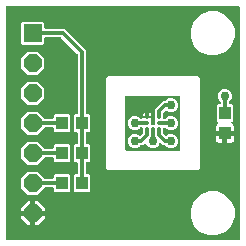
<source format=gbr>
G04 EAGLE Gerber RS-274X export*
G75*
%MOMM*%
%FSLAX34Y34*%
%LPD*%
%INTop Copper*%
%IPPOS*%
%AMOC8*
5,1,8,0,0,1.08239X$1,22.5*%
G01*
%ADD10R,0.381000X0.381000*%
%ADD11C,0.300000*%
%ADD12R,1.000000X1.100000*%
%ADD13R,1.524000X1.524000*%
%ADD14P,1.649562X8X22.500000*%
%ADD15C,0.304800*%
%ADD16C,0.762000*%

G36*
X199702Y2549D02*
X199702Y2549D01*
X199760Y2547D01*
X199842Y2569D01*
X199926Y2581D01*
X199979Y2604D01*
X200035Y2619D01*
X200108Y2662D01*
X200185Y2697D01*
X200230Y2735D01*
X200280Y2764D01*
X200338Y2826D01*
X200402Y2880D01*
X200434Y2929D01*
X200474Y2972D01*
X200513Y3047D01*
X200560Y3117D01*
X200577Y3173D01*
X200604Y3225D01*
X200615Y3293D01*
X200645Y3388D01*
X200648Y3488D01*
X200659Y3556D01*
X200659Y199644D01*
X200651Y199702D01*
X200653Y199760D01*
X200631Y199842D01*
X200619Y199926D01*
X200596Y199979D01*
X200581Y200035D01*
X200538Y200108D01*
X200503Y200185D01*
X200465Y200230D01*
X200436Y200280D01*
X200374Y200338D01*
X200320Y200402D01*
X200271Y200434D01*
X200228Y200474D01*
X200153Y200513D01*
X200083Y200560D01*
X200027Y200577D01*
X199975Y200604D01*
X199907Y200615D01*
X199812Y200645D01*
X199712Y200648D01*
X199644Y200659D01*
X3556Y200659D01*
X3498Y200651D01*
X3440Y200653D01*
X3358Y200631D01*
X3274Y200619D01*
X3221Y200596D01*
X3165Y200581D01*
X3092Y200538D01*
X3015Y200503D01*
X2970Y200465D01*
X2920Y200436D01*
X2862Y200374D01*
X2798Y200320D01*
X2766Y200271D01*
X2726Y200228D01*
X2687Y200153D01*
X2640Y200083D01*
X2623Y200027D01*
X2596Y199975D01*
X2585Y199907D01*
X2555Y199812D01*
X2552Y199712D01*
X2541Y199644D01*
X2541Y3556D01*
X2549Y3498D01*
X2547Y3440D01*
X2569Y3358D01*
X2581Y3274D01*
X2604Y3221D01*
X2619Y3165D01*
X2662Y3092D01*
X2697Y3015D01*
X2735Y2970D01*
X2764Y2920D01*
X2826Y2862D01*
X2880Y2798D01*
X2929Y2766D01*
X2972Y2726D01*
X3047Y2687D01*
X3117Y2640D01*
X3173Y2623D01*
X3225Y2596D01*
X3293Y2585D01*
X3388Y2555D01*
X3488Y2552D01*
X3556Y2541D01*
X199644Y2541D01*
X199702Y2549D01*
G37*
%LPC*%
G36*
X88693Y62102D02*
X88693Y62102D01*
X87502Y63293D01*
X87502Y77458D01*
X87503Y77464D01*
X87503Y125737D01*
X87502Y125745D01*
X87502Y139907D01*
X88693Y141098D01*
X165307Y141098D01*
X166498Y139907D01*
X166498Y63293D01*
X165307Y62102D01*
X88693Y62102D01*
G37*
%LPD*%
G36*
X149411Y78241D02*
X149411Y78241D01*
X149469Y78239D01*
X149551Y78261D01*
X149635Y78273D01*
X149688Y78296D01*
X149744Y78311D01*
X149817Y78354D01*
X149894Y78389D01*
X149939Y78427D01*
X149989Y78456D01*
X150047Y78518D01*
X150111Y78572D01*
X150143Y78621D01*
X150183Y78664D01*
X150222Y78739D01*
X150269Y78809D01*
X150286Y78865D01*
X150313Y78917D01*
X150324Y78985D01*
X150354Y79080D01*
X150357Y79180D01*
X150368Y79248D01*
X150368Y123953D01*
X150360Y124011D01*
X150362Y124069D01*
X150340Y124151D01*
X150328Y124235D01*
X150305Y124288D01*
X150290Y124344D01*
X150247Y124417D01*
X150212Y124494D01*
X150174Y124539D01*
X150145Y124589D01*
X150083Y124647D01*
X150029Y124711D01*
X149980Y124743D01*
X149937Y124783D01*
X149862Y124822D01*
X149792Y124869D01*
X149736Y124886D01*
X149684Y124913D01*
X149616Y124924D01*
X149521Y124954D01*
X149421Y124957D01*
X149353Y124968D01*
X104648Y124968D01*
X104590Y124960D01*
X104532Y124962D01*
X104450Y124940D01*
X104366Y124928D01*
X104313Y124905D01*
X104257Y124890D01*
X104184Y124847D01*
X104107Y124812D01*
X104062Y124774D01*
X104012Y124745D01*
X103954Y124683D01*
X103890Y124629D01*
X103858Y124580D01*
X103818Y124537D01*
X103779Y124462D01*
X103732Y124392D01*
X103715Y124336D01*
X103688Y124284D01*
X103677Y124216D01*
X103647Y124121D01*
X103644Y124021D01*
X103633Y123953D01*
X103633Y79248D01*
X103641Y79190D01*
X103639Y79132D01*
X103661Y79050D01*
X103673Y78966D01*
X103696Y78913D01*
X103711Y78857D01*
X103754Y78784D01*
X103789Y78707D01*
X103827Y78662D01*
X103856Y78612D01*
X103918Y78554D01*
X103972Y78490D01*
X104021Y78458D01*
X104064Y78418D01*
X104139Y78379D01*
X104209Y78332D01*
X104265Y78315D01*
X104317Y78288D01*
X104385Y78277D01*
X104480Y78247D01*
X104580Y78244D01*
X104648Y78233D01*
X149353Y78233D01*
X149411Y78241D01*
G37*
%LPC*%
G36*
X61078Y43267D02*
X61078Y43267D01*
X59887Y44458D01*
X59887Y57142D01*
X61078Y58333D01*
X62348Y58333D01*
X62406Y58341D01*
X62464Y58339D01*
X62546Y58361D01*
X62630Y58373D01*
X62683Y58396D01*
X62739Y58411D01*
X62812Y58454D01*
X62889Y58489D01*
X62934Y58527D01*
X62984Y58556D01*
X63042Y58618D01*
X63106Y58672D01*
X63138Y58721D01*
X63178Y58764D01*
X63217Y58839D01*
X63264Y58909D01*
X63281Y58965D01*
X63308Y59017D01*
X63319Y59085D01*
X63349Y59180D01*
X63352Y59280D01*
X63363Y59348D01*
X63363Y67652D01*
X63355Y67710D01*
X63357Y67768D01*
X63335Y67850D01*
X63323Y67934D01*
X63300Y67987D01*
X63285Y68043D01*
X63242Y68116D01*
X63207Y68193D01*
X63169Y68238D01*
X63140Y68288D01*
X63078Y68346D01*
X63024Y68410D01*
X62975Y68442D01*
X62932Y68482D01*
X62857Y68521D01*
X62787Y68568D01*
X62731Y68585D01*
X62679Y68612D01*
X62611Y68623D01*
X62516Y68653D01*
X62416Y68656D01*
X62348Y68667D01*
X61078Y68667D01*
X59887Y69858D01*
X59887Y82542D01*
X61078Y83733D01*
X62348Y83733D01*
X62406Y83741D01*
X62464Y83739D01*
X62546Y83761D01*
X62630Y83773D01*
X62683Y83796D01*
X62739Y83811D01*
X62812Y83854D01*
X62889Y83889D01*
X62934Y83927D01*
X62984Y83956D01*
X63042Y84018D01*
X63106Y84072D01*
X63138Y84121D01*
X63178Y84164D01*
X63217Y84239D01*
X63264Y84309D01*
X63281Y84365D01*
X63308Y84417D01*
X63319Y84485D01*
X63349Y84580D01*
X63352Y84680D01*
X63363Y84748D01*
X63363Y93052D01*
X63355Y93110D01*
X63357Y93168D01*
X63335Y93250D01*
X63323Y93334D01*
X63300Y93387D01*
X63285Y93443D01*
X63242Y93516D01*
X63207Y93593D01*
X63169Y93638D01*
X63140Y93688D01*
X63078Y93746D01*
X63024Y93810D01*
X62975Y93842D01*
X62932Y93882D01*
X62857Y93921D01*
X62787Y93968D01*
X62731Y93985D01*
X62679Y94012D01*
X62611Y94023D01*
X62516Y94053D01*
X62416Y94056D01*
X62348Y94067D01*
X61078Y94067D01*
X59887Y95258D01*
X59887Y107942D01*
X61078Y109133D01*
X62348Y109133D01*
X62406Y109141D01*
X62464Y109139D01*
X62546Y109161D01*
X62630Y109173D01*
X62683Y109196D01*
X62739Y109211D01*
X62812Y109254D01*
X62889Y109289D01*
X62934Y109327D01*
X62984Y109356D01*
X63042Y109418D01*
X63106Y109472D01*
X63138Y109521D01*
X63178Y109564D01*
X63217Y109639D01*
X63264Y109709D01*
X63281Y109765D01*
X63308Y109817D01*
X63319Y109885D01*
X63349Y109980D01*
X63352Y110080D01*
X63363Y110148D01*
X63363Y159786D01*
X63351Y159873D01*
X63348Y159960D01*
X63331Y160013D01*
X63323Y160068D01*
X63288Y160148D01*
X63261Y160231D01*
X63233Y160270D01*
X63207Y160327D01*
X63111Y160440D01*
X63066Y160504D01*
X49624Y173946D01*
X49554Y173998D01*
X49490Y174058D01*
X49441Y174084D01*
X49397Y174117D01*
X49315Y174148D01*
X49237Y174188D01*
X49190Y174196D01*
X49131Y174218D01*
X48984Y174230D01*
X48906Y174243D01*
X36068Y174243D01*
X36010Y174235D01*
X35952Y174237D01*
X35870Y174215D01*
X35786Y174203D01*
X35733Y174180D01*
X35677Y174165D01*
X35604Y174122D01*
X35527Y174087D01*
X35482Y174049D01*
X35432Y174020D01*
X35374Y173958D01*
X35310Y173904D01*
X35278Y173855D01*
X35238Y173812D01*
X35199Y173737D01*
X35152Y173667D01*
X35135Y173611D01*
X35108Y173559D01*
X35097Y173491D01*
X35067Y173396D01*
X35064Y173296D01*
X35053Y173228D01*
X35053Y169338D01*
X33862Y168147D01*
X16938Y168147D01*
X15747Y169338D01*
X15747Y186262D01*
X16938Y187453D01*
X33862Y187453D01*
X35053Y186262D01*
X35053Y182372D01*
X35061Y182314D01*
X35059Y182256D01*
X35081Y182174D01*
X35093Y182090D01*
X35116Y182037D01*
X35131Y181981D01*
X35174Y181908D01*
X35209Y181831D01*
X35247Y181786D01*
X35276Y181736D01*
X35338Y181678D01*
X35392Y181614D01*
X35441Y181582D01*
X35484Y181542D01*
X35559Y181503D01*
X35629Y181456D01*
X35685Y181439D01*
X35737Y181412D01*
X35805Y181401D01*
X35900Y181371D01*
X36000Y181368D01*
X36068Y181357D01*
X52273Y181357D01*
X70477Y163153D01*
X70477Y110148D01*
X70485Y110092D01*
X70483Y110041D01*
X70484Y110040D01*
X70483Y110032D01*
X70505Y109950D01*
X70517Y109866D01*
X70540Y109813D01*
X70555Y109757D01*
X70598Y109684D01*
X70633Y109607D01*
X70671Y109562D01*
X70700Y109512D01*
X70762Y109454D01*
X70816Y109390D01*
X70865Y109358D01*
X70908Y109318D01*
X70983Y109279D01*
X71053Y109232D01*
X71109Y109215D01*
X71161Y109188D01*
X71229Y109177D01*
X71324Y109147D01*
X71424Y109144D01*
X71492Y109133D01*
X72762Y109133D01*
X73953Y107942D01*
X73953Y95258D01*
X72762Y94067D01*
X71492Y94067D01*
X71434Y94059D01*
X71376Y94061D01*
X71294Y94039D01*
X71210Y94027D01*
X71157Y94004D01*
X71101Y93989D01*
X71028Y93946D01*
X70951Y93911D01*
X70906Y93873D01*
X70856Y93844D01*
X70798Y93782D01*
X70734Y93728D01*
X70702Y93679D01*
X70662Y93636D01*
X70623Y93561D01*
X70576Y93491D01*
X70559Y93435D01*
X70532Y93383D01*
X70521Y93315D01*
X70491Y93220D01*
X70488Y93120D01*
X70477Y93052D01*
X70477Y84748D01*
X70484Y84694D01*
X70483Y84660D01*
X70484Y84657D01*
X70483Y84632D01*
X70505Y84550D01*
X70517Y84466D01*
X70540Y84413D01*
X70555Y84357D01*
X70598Y84284D01*
X70633Y84207D01*
X70671Y84162D01*
X70700Y84112D01*
X70762Y84054D01*
X70816Y83990D01*
X70865Y83958D01*
X70908Y83918D01*
X70983Y83879D01*
X71053Y83832D01*
X71109Y83815D01*
X71161Y83788D01*
X71229Y83777D01*
X71324Y83747D01*
X71424Y83744D01*
X71492Y83733D01*
X72762Y83733D01*
X73953Y82542D01*
X73953Y69858D01*
X72762Y68667D01*
X71492Y68667D01*
X71434Y68659D01*
X71376Y68661D01*
X71294Y68639D01*
X71210Y68627D01*
X71157Y68604D01*
X71101Y68589D01*
X71028Y68546D01*
X70951Y68511D01*
X70906Y68473D01*
X70856Y68444D01*
X70798Y68382D01*
X70734Y68328D01*
X70702Y68279D01*
X70662Y68236D01*
X70623Y68161D01*
X70576Y68091D01*
X70559Y68035D01*
X70532Y67983D01*
X70521Y67915D01*
X70491Y67820D01*
X70488Y67720D01*
X70477Y67652D01*
X70477Y59348D01*
X70484Y59297D01*
X70483Y59278D01*
X70485Y59274D01*
X70483Y59232D01*
X70505Y59150D01*
X70517Y59066D01*
X70540Y59013D01*
X70555Y58957D01*
X70598Y58884D01*
X70633Y58807D01*
X70671Y58762D01*
X70700Y58712D01*
X70762Y58654D01*
X70816Y58590D01*
X70865Y58558D01*
X70908Y58518D01*
X70983Y58479D01*
X71053Y58432D01*
X71109Y58415D01*
X71161Y58388D01*
X71229Y58377D01*
X71324Y58347D01*
X71424Y58344D01*
X71492Y58333D01*
X72762Y58333D01*
X73953Y57142D01*
X73953Y44458D01*
X72762Y43267D01*
X61078Y43267D01*
G37*
%LPD*%
%LPC*%
G36*
X174112Y159259D02*
X174112Y159259D01*
X167297Y162082D01*
X162082Y167297D01*
X159259Y174112D01*
X159259Y181488D01*
X162082Y188303D01*
X167297Y193518D01*
X174112Y196341D01*
X181488Y196341D01*
X188303Y193518D01*
X193518Y188303D01*
X196341Y181488D01*
X196341Y174112D01*
X193518Y167297D01*
X188303Y162082D01*
X181488Y159259D01*
X174112Y159259D01*
G37*
%LPD*%
%LPC*%
G36*
X174112Y6859D02*
X174112Y6859D01*
X167297Y9682D01*
X162082Y14897D01*
X159259Y21712D01*
X159259Y29088D01*
X162082Y35903D01*
X167297Y41118D01*
X174112Y43941D01*
X181488Y43941D01*
X188303Y41118D01*
X193518Y35903D01*
X196341Y29088D01*
X196341Y21712D01*
X193518Y14897D01*
X188303Y9682D01*
X181488Y6859D01*
X174112Y6859D01*
G37*
%LPD*%
%LPC*%
G36*
X110598Y80517D02*
X110598Y80517D01*
X108450Y81407D01*
X106807Y83050D01*
X105917Y85198D01*
X105917Y87522D01*
X106807Y89670D01*
X108450Y91313D01*
X110598Y92203D01*
X112922Y92203D01*
X115070Y91313D01*
X115199Y91184D01*
X115245Y91149D01*
X115286Y91107D01*
X115358Y91064D01*
X115426Y91013D01*
X115480Y90993D01*
X115531Y90963D01*
X115612Y90942D01*
X115691Y90912D01*
X115750Y90907D01*
X115806Y90893D01*
X115891Y90896D01*
X115975Y90889D01*
X116032Y90900D01*
X116091Y90902D01*
X116171Y90928D01*
X116253Y90945D01*
X116305Y90971D01*
X116361Y90989D01*
X116417Y91030D01*
X116506Y91076D01*
X116578Y91144D01*
X116634Y91184D01*
X118146Y92696D01*
X118198Y92766D01*
X118258Y92830D01*
X118284Y92879D01*
X118317Y92923D01*
X118348Y93005D01*
X118388Y93083D01*
X118396Y93130D01*
X118418Y93189D01*
X118430Y93336D01*
X118443Y93414D01*
X118443Y97028D01*
X118435Y97086D01*
X118437Y97144D01*
X118415Y97226D01*
X118403Y97310D01*
X118380Y97363D01*
X118365Y97419D01*
X118322Y97492D01*
X118287Y97569D01*
X118249Y97614D01*
X118220Y97664D01*
X118158Y97722D01*
X118104Y97786D01*
X118055Y97818D01*
X118012Y97858D01*
X117937Y97897D01*
X117867Y97944D01*
X117811Y97961D01*
X117759Y97988D01*
X117691Y97999D01*
X117596Y98029D01*
X117496Y98032D01*
X117428Y98043D01*
X116887Y98043D01*
X116800Y98031D01*
X116713Y98028D01*
X116660Y98011D01*
X116605Y98003D01*
X116525Y97968D01*
X116442Y97941D01*
X116403Y97913D01*
X116346Y97887D01*
X116232Y97791D01*
X116169Y97746D01*
X115070Y96647D01*
X112922Y95757D01*
X110598Y95757D01*
X108450Y96647D01*
X106807Y98290D01*
X105917Y100438D01*
X105917Y102762D01*
X106807Y104910D01*
X108450Y106553D01*
X110598Y107443D01*
X112922Y107443D01*
X115070Y106553D01*
X116169Y105454D01*
X116239Y105402D01*
X116302Y105342D01*
X116352Y105316D01*
X116396Y105283D01*
X116478Y105252D01*
X116556Y105212D01*
X116603Y105204D01*
X116662Y105182D01*
X116769Y105173D01*
X116776Y105171D01*
X116807Y105170D01*
X116809Y105170D01*
X116887Y105157D01*
X116944Y105157D01*
X117002Y105165D01*
X117060Y105163D01*
X117142Y105185D01*
X117226Y105197D01*
X117279Y105220D01*
X117335Y105235D01*
X117408Y105278D01*
X117485Y105313D01*
X117530Y105351D01*
X117580Y105380D01*
X117638Y105442D01*
X117702Y105496D01*
X117734Y105545D01*
X117771Y105585D01*
X122000Y105585D01*
X127000Y105585D01*
X127058Y105593D01*
X127116Y105591D01*
X127198Y105613D01*
X127281Y105624D01*
X127335Y105648D01*
X127391Y105663D01*
X127464Y105706D01*
X127541Y105741D01*
X127585Y105778D01*
X127635Y105808D01*
X127693Y105870D01*
X127758Y105924D01*
X127790Y105973D01*
X127830Y106016D01*
X127868Y106091D01*
X127915Y106161D01*
X127933Y106217D01*
X127959Y106269D01*
X127971Y106337D01*
X128001Y106432D01*
X128004Y106532D01*
X128015Y106600D01*
X128007Y106658D01*
X128008Y106716D01*
X127987Y106798D01*
X127975Y106882D01*
X127951Y106935D01*
X127936Y106992D01*
X127908Y107039D01*
X127947Y107109D01*
X127952Y107127D01*
X127960Y107143D01*
X127972Y107214D01*
X128012Y107386D01*
X128008Y107430D01*
X128015Y107474D01*
X128015Y110836D01*
X128064Y110864D01*
X128122Y110926D01*
X128186Y110980D01*
X128218Y111029D01*
X128258Y111072D01*
X128297Y111147D01*
X128344Y111217D01*
X128361Y111273D01*
X128388Y111325D01*
X128399Y111393D01*
X128429Y111488D01*
X128432Y111588D01*
X128443Y111656D01*
X128443Y113153D01*
X135687Y120397D01*
X137113Y120397D01*
X137200Y120409D01*
X137287Y120412D01*
X137340Y120429D01*
X137395Y120437D01*
X137475Y120472D01*
X137558Y120499D01*
X137597Y120527D01*
X137654Y120553D01*
X137768Y120649D01*
X137831Y120694D01*
X138930Y121793D01*
X141078Y122683D01*
X143402Y122683D01*
X145550Y121793D01*
X147193Y120150D01*
X148083Y118002D01*
X148083Y115678D01*
X147193Y113530D01*
X145550Y111887D01*
X143402Y110997D01*
X141078Y110997D01*
X138930Y111887D01*
X138801Y112016D01*
X138755Y112051D01*
X138714Y112093D01*
X138642Y112136D01*
X138574Y112187D01*
X138520Y112207D01*
X138469Y112237D01*
X138388Y112258D01*
X138309Y112288D01*
X138250Y112293D01*
X138194Y112307D01*
X138109Y112304D01*
X138025Y112311D01*
X137968Y112300D01*
X137909Y112298D01*
X137829Y112272D01*
X137747Y112255D01*
X137695Y112229D01*
X137639Y112211D01*
X137583Y112170D01*
X137494Y112124D01*
X137422Y112056D01*
X137366Y112016D01*
X135854Y110504D01*
X135802Y110434D01*
X135742Y110370D01*
X135716Y110321D01*
X135683Y110277D01*
X135652Y110195D01*
X135612Y110117D01*
X135604Y110070D01*
X135582Y110011D01*
X135570Y109864D01*
X135557Y109786D01*
X135557Y106172D01*
X135565Y106114D01*
X135563Y106056D01*
X135585Y105974D01*
X135597Y105890D01*
X135620Y105837D01*
X135635Y105781D01*
X135678Y105708D01*
X135713Y105631D01*
X135751Y105586D01*
X135780Y105536D01*
X135842Y105478D01*
X135896Y105414D01*
X135945Y105382D01*
X135988Y105342D01*
X136063Y105303D01*
X136133Y105256D01*
X136189Y105239D01*
X136241Y105212D01*
X136309Y105201D01*
X136404Y105171D01*
X136504Y105168D01*
X136572Y105157D01*
X137113Y105157D01*
X137200Y105169D01*
X137287Y105172D01*
X137340Y105189D01*
X137395Y105197D01*
X137475Y105232D01*
X137558Y105259D01*
X137597Y105287D01*
X137654Y105313D01*
X137768Y105409D01*
X137831Y105454D01*
X138930Y106553D01*
X141078Y107443D01*
X143402Y107443D01*
X145550Y106553D01*
X147193Y104910D01*
X148083Y102762D01*
X148083Y100438D01*
X147193Y98290D01*
X145550Y96647D01*
X143402Y95757D01*
X141078Y95757D01*
X138930Y96647D01*
X137831Y97746D01*
X137761Y97798D01*
X137698Y97858D01*
X137648Y97884D01*
X137604Y97917D01*
X137522Y97948D01*
X137444Y97988D01*
X137397Y97996D01*
X137338Y98018D01*
X137191Y98030D01*
X137113Y98043D01*
X136652Y98043D01*
X136594Y98035D01*
X136536Y98037D01*
X136454Y98015D01*
X136370Y98003D01*
X136317Y97980D01*
X136261Y97965D01*
X136188Y97922D01*
X136111Y97887D01*
X136066Y97849D01*
X136016Y97820D01*
X135958Y97758D01*
X135894Y97704D01*
X135862Y97655D01*
X135822Y97612D01*
X135783Y97537D01*
X135736Y97467D01*
X135719Y97411D01*
X135692Y97359D01*
X135681Y97291D01*
X135651Y97196D01*
X135648Y97096D01*
X135637Y97028D01*
X135637Y93334D01*
X135649Y93247D01*
X135652Y93160D01*
X135669Y93107D01*
X135677Y93052D01*
X135712Y92972D01*
X135739Y92889D01*
X135767Y92850D01*
X135793Y92793D01*
X135889Y92680D01*
X135934Y92616D01*
X137366Y91184D01*
X137412Y91149D01*
X137453Y91107D01*
X137525Y91064D01*
X137593Y91013D01*
X137647Y90993D01*
X137698Y90963D01*
X137780Y90942D01*
X137858Y90912D01*
X137917Y90907D01*
X137973Y90893D01*
X138058Y90896D01*
X138142Y90889D01*
X138199Y90900D01*
X138258Y90902D01*
X138338Y90928D01*
X138421Y90945D01*
X138472Y90971D01*
X138528Y90989D01*
X138584Y91029D01*
X138673Y91075D01*
X138745Y91144D01*
X138801Y91184D01*
X138930Y91313D01*
X141078Y92203D01*
X143402Y92203D01*
X145550Y91313D01*
X147193Y89670D01*
X148083Y87522D01*
X148083Y85198D01*
X147193Y83050D01*
X145550Y81407D01*
X143402Y80517D01*
X141078Y80517D01*
X138930Y81407D01*
X137831Y82506D01*
X137761Y82558D01*
X137698Y82618D01*
X137648Y82644D01*
X137604Y82677D01*
X137522Y82708D01*
X137444Y82748D01*
X137397Y82756D01*
X137338Y82778D01*
X137191Y82790D01*
X137113Y82803D01*
X135687Y82803D01*
X134049Y84441D01*
X133957Y84510D01*
X133869Y84584D01*
X133844Y84595D01*
X133822Y84612D01*
X133714Y84653D01*
X133609Y84700D01*
X133582Y84703D01*
X133556Y84713D01*
X133442Y84723D01*
X133328Y84739D01*
X133300Y84735D01*
X133273Y84737D01*
X133160Y84714D01*
X133046Y84698D01*
X133021Y84687D01*
X132994Y84681D01*
X132892Y84628D01*
X132787Y84581D01*
X132766Y84563D01*
X132742Y84550D01*
X132658Y84471D01*
X132571Y84397D01*
X132558Y84375D01*
X132535Y84354D01*
X132401Y84125D01*
X132393Y84112D01*
X131953Y83050D01*
X130310Y81407D01*
X128162Y80517D01*
X125838Y80517D01*
X123690Y81407D01*
X122047Y83050D01*
X121607Y84112D01*
X121549Y84211D01*
X121496Y84313D01*
X121477Y84333D01*
X121463Y84357D01*
X121379Y84435D01*
X121300Y84519D01*
X121276Y84533D01*
X121256Y84552D01*
X121154Y84605D01*
X121055Y84663D01*
X121028Y84669D01*
X121003Y84682D01*
X120890Y84704D01*
X120779Y84733D01*
X120752Y84732D01*
X120724Y84737D01*
X120610Y84727D01*
X120495Y84724D01*
X120469Y84715D01*
X120441Y84713D01*
X120334Y84671D01*
X120225Y84636D01*
X120204Y84622D01*
X120176Y84611D01*
X119964Y84450D01*
X119951Y84441D01*
X118313Y82803D01*
X116887Y82803D01*
X116800Y82791D01*
X116713Y82788D01*
X116660Y82771D01*
X116605Y82763D01*
X116525Y82728D01*
X116442Y82701D01*
X116403Y82673D01*
X116346Y82647D01*
X116232Y82551D01*
X116169Y82506D01*
X115070Y81407D01*
X112922Y80517D01*
X110598Y80517D01*
G37*
%LPD*%
%LPC*%
G36*
X21402Y91947D02*
X21402Y91947D01*
X15747Y97602D01*
X15747Y105598D01*
X21402Y111253D01*
X29398Y111253D01*
X35197Y105454D01*
X35267Y105402D01*
X35331Y105342D01*
X35380Y105316D01*
X35424Y105283D01*
X35506Y105252D01*
X35584Y105212D01*
X35631Y105204D01*
X35690Y105182D01*
X35837Y105170D01*
X35915Y105157D01*
X41872Y105157D01*
X41930Y105165D01*
X41988Y105163D01*
X42070Y105185D01*
X42154Y105197D01*
X42207Y105220D01*
X42263Y105235D01*
X42336Y105278D01*
X42413Y105313D01*
X42458Y105351D01*
X42508Y105380D01*
X42566Y105442D01*
X42630Y105496D01*
X42662Y105545D01*
X42702Y105588D01*
X42741Y105663D01*
X42788Y105733D01*
X42805Y105789D01*
X42832Y105841D01*
X42843Y105909D01*
X42873Y106004D01*
X42876Y106104D01*
X42887Y106172D01*
X42887Y107942D01*
X44078Y109133D01*
X55762Y109133D01*
X56953Y107942D01*
X56953Y95258D01*
X55762Y94067D01*
X44078Y94067D01*
X42887Y95258D01*
X42887Y97028D01*
X42879Y97086D01*
X42881Y97144D01*
X42859Y97226D01*
X42847Y97310D01*
X42824Y97363D01*
X42809Y97419D01*
X42766Y97492D01*
X42731Y97569D01*
X42693Y97614D01*
X42664Y97664D01*
X42602Y97722D01*
X42548Y97786D01*
X42499Y97818D01*
X42456Y97858D01*
X42381Y97897D01*
X42311Y97944D01*
X42255Y97961D01*
X42203Y97988D01*
X42135Y97999D01*
X42040Y98029D01*
X41940Y98032D01*
X41872Y98043D01*
X35915Y98043D01*
X35828Y98031D01*
X35741Y98028D01*
X35688Y98011D01*
X35633Y98003D01*
X35554Y97968D01*
X35470Y97941D01*
X35431Y97913D01*
X35374Y97887D01*
X35261Y97791D01*
X35197Y97746D01*
X29398Y91947D01*
X21402Y91947D01*
G37*
%LPD*%
%LPC*%
G36*
X21402Y66547D02*
X21402Y66547D01*
X15747Y72202D01*
X15747Y80198D01*
X21402Y85853D01*
X29398Y85853D01*
X35197Y80054D01*
X35267Y80002D01*
X35331Y79942D01*
X35380Y79916D01*
X35424Y79883D01*
X35506Y79852D01*
X35584Y79812D01*
X35631Y79804D01*
X35690Y79782D01*
X35837Y79770D01*
X35915Y79757D01*
X41872Y79757D01*
X41930Y79765D01*
X41988Y79763D01*
X42070Y79785D01*
X42154Y79797D01*
X42207Y79820D01*
X42263Y79835D01*
X42336Y79878D01*
X42413Y79913D01*
X42458Y79951D01*
X42508Y79980D01*
X42566Y80042D01*
X42630Y80096D01*
X42662Y80145D01*
X42702Y80188D01*
X42741Y80263D01*
X42788Y80333D01*
X42805Y80389D01*
X42832Y80441D01*
X42843Y80509D01*
X42873Y80604D01*
X42876Y80704D01*
X42887Y80772D01*
X42887Y82542D01*
X44078Y83733D01*
X55762Y83733D01*
X56953Y82542D01*
X56953Y69858D01*
X55762Y68667D01*
X44078Y68667D01*
X42887Y69858D01*
X42887Y71628D01*
X42880Y71678D01*
X42881Y71694D01*
X42879Y71699D01*
X42881Y71744D01*
X42859Y71826D01*
X42847Y71910D01*
X42824Y71963D01*
X42809Y72019D01*
X42766Y72092D01*
X42731Y72169D01*
X42693Y72214D01*
X42664Y72264D01*
X42602Y72322D01*
X42548Y72386D01*
X42499Y72418D01*
X42456Y72458D01*
X42381Y72497D01*
X42311Y72544D01*
X42255Y72561D01*
X42203Y72588D01*
X42135Y72599D01*
X42040Y72629D01*
X41940Y72632D01*
X41872Y72643D01*
X35915Y72643D01*
X35828Y72631D01*
X35741Y72628D01*
X35688Y72611D01*
X35633Y72603D01*
X35553Y72568D01*
X35470Y72541D01*
X35431Y72513D01*
X35374Y72487D01*
X35261Y72391D01*
X35197Y72346D01*
X29398Y66547D01*
X21402Y66547D01*
G37*
%LPD*%
%LPC*%
G36*
X21402Y41147D02*
X21402Y41147D01*
X15747Y46802D01*
X15747Y54798D01*
X21402Y60453D01*
X29398Y60453D01*
X35197Y54654D01*
X35267Y54602D01*
X35331Y54542D01*
X35380Y54516D01*
X35424Y54483D01*
X35506Y54452D01*
X35584Y54412D01*
X35631Y54404D01*
X35690Y54382D01*
X35837Y54370D01*
X35915Y54357D01*
X41872Y54357D01*
X41930Y54365D01*
X41988Y54363D01*
X42070Y54385D01*
X42154Y54397D01*
X42207Y54420D01*
X42263Y54435D01*
X42336Y54478D01*
X42413Y54513D01*
X42458Y54551D01*
X42508Y54580D01*
X42566Y54642D01*
X42630Y54696D01*
X42662Y54745D01*
X42702Y54788D01*
X42741Y54863D01*
X42788Y54933D01*
X42805Y54989D01*
X42832Y55041D01*
X42843Y55109D01*
X42873Y55204D01*
X42876Y55304D01*
X42887Y55372D01*
X42887Y57142D01*
X44078Y58333D01*
X55762Y58333D01*
X56953Y57142D01*
X56953Y44458D01*
X55762Y43267D01*
X44078Y43267D01*
X42887Y44458D01*
X42887Y46228D01*
X42880Y46281D01*
X42881Y46313D01*
X42880Y46316D01*
X42881Y46344D01*
X42859Y46426D01*
X42847Y46510D01*
X42824Y46563D01*
X42809Y46619D01*
X42766Y46692D01*
X42731Y46769D01*
X42693Y46814D01*
X42664Y46864D01*
X42602Y46922D01*
X42548Y46986D01*
X42499Y47018D01*
X42456Y47058D01*
X42381Y47097D01*
X42311Y47144D01*
X42255Y47161D01*
X42203Y47188D01*
X42135Y47199D01*
X42040Y47229D01*
X41940Y47232D01*
X41872Y47243D01*
X35915Y47243D01*
X35828Y47231D01*
X35741Y47228D01*
X35688Y47211D01*
X35633Y47203D01*
X35553Y47168D01*
X35470Y47141D01*
X35431Y47113D01*
X35374Y47087D01*
X35261Y46991D01*
X35197Y46946D01*
X29398Y41147D01*
X21402Y41147D01*
G37*
%LPD*%
%LPC*%
G36*
X187959Y93099D02*
X187959Y93099D01*
X187959Y94116D01*
X187951Y94174D01*
X187952Y94232D01*
X187931Y94314D01*
X187919Y94397D01*
X187895Y94451D01*
X187881Y94507D01*
X187838Y94580D01*
X187803Y94657D01*
X187765Y94701D01*
X187735Y94752D01*
X187674Y94809D01*
X187619Y94874D01*
X187571Y94906D01*
X187528Y94946D01*
X187453Y94985D01*
X187383Y95031D01*
X187327Y95049D01*
X187275Y95076D01*
X187207Y95087D01*
X187112Y95117D01*
X187012Y95120D01*
X186944Y95131D01*
X180419Y95131D01*
X180419Y98934D01*
X180592Y99581D01*
X180927Y100160D01*
X181400Y100633D01*
X181936Y100942D01*
X181974Y100972D01*
X182017Y100995D01*
X182085Y101059D01*
X182159Y101118D01*
X182188Y101157D01*
X182223Y101191D01*
X182271Y101272D01*
X182326Y101348D01*
X182342Y101394D01*
X182367Y101436D01*
X182390Y101527D01*
X182422Y101615D01*
X182425Y101664D01*
X182437Y101711D01*
X182434Y101805D01*
X182440Y101899D01*
X182430Y101947D01*
X182428Y101996D01*
X182399Y102085D01*
X182379Y102177D01*
X182356Y102220D01*
X182341Y102266D01*
X182298Y102326D01*
X182243Y102427D01*
X182182Y102488D01*
X182146Y102539D01*
X180927Y103758D01*
X180927Y116442D01*
X182118Y117633D01*
X183388Y117633D01*
X183446Y117641D01*
X183504Y117639D01*
X183586Y117661D01*
X183670Y117673D01*
X183723Y117696D01*
X183779Y117711D01*
X183852Y117754D01*
X183929Y117789D01*
X183974Y117827D01*
X184024Y117856D01*
X184082Y117918D01*
X184146Y117972D01*
X184178Y118021D01*
X184218Y118064D01*
X184257Y118139D01*
X184304Y118209D01*
X184321Y118265D01*
X184348Y118317D01*
X184359Y118385D01*
X184389Y118480D01*
X184392Y118580D01*
X184403Y118648D01*
X184403Y119333D01*
X184396Y119385D01*
X184397Y119411D01*
X184391Y119434D01*
X184388Y119507D01*
X184371Y119560D01*
X184363Y119615D01*
X184328Y119695D01*
X184301Y119778D01*
X184273Y119817D01*
X184247Y119874D01*
X184151Y119988D01*
X184106Y120051D01*
X183007Y121150D01*
X182117Y123298D01*
X182117Y125622D01*
X183007Y127770D01*
X184650Y129413D01*
X186798Y130303D01*
X189122Y130303D01*
X191270Y129413D01*
X192913Y127770D01*
X193803Y125622D01*
X193803Y123298D01*
X192913Y121150D01*
X191814Y120051D01*
X191762Y119981D01*
X191702Y119918D01*
X191676Y119868D01*
X191643Y119824D01*
X191612Y119742D01*
X191572Y119664D01*
X191564Y119617D01*
X191542Y119558D01*
X191535Y119476D01*
X191531Y119462D01*
X191529Y119408D01*
X191517Y119333D01*
X191517Y118648D01*
X191525Y118590D01*
X191523Y118532D01*
X191545Y118450D01*
X191557Y118366D01*
X191580Y118313D01*
X191595Y118257D01*
X191638Y118184D01*
X191673Y118107D01*
X191711Y118062D01*
X191740Y118012D01*
X191802Y117954D01*
X191856Y117890D01*
X191905Y117858D01*
X191948Y117818D01*
X192023Y117779D01*
X192093Y117732D01*
X192149Y117715D01*
X192201Y117688D01*
X192269Y117677D01*
X192364Y117647D01*
X192464Y117644D01*
X192532Y117633D01*
X193802Y117633D01*
X194993Y116442D01*
X194993Y103758D01*
X193774Y102539D01*
X193745Y102501D01*
X193709Y102468D01*
X193660Y102387D01*
X193603Y102312D01*
X193586Y102267D01*
X193560Y102225D01*
X193535Y102134D01*
X193502Y102047D01*
X193498Y101998D01*
X193485Y101951D01*
X193486Y101857D01*
X193478Y101763D01*
X193488Y101716D01*
X193489Y101667D01*
X193516Y101577D01*
X193534Y101485D01*
X193557Y101441D01*
X193571Y101395D01*
X193622Y101316D01*
X193665Y101232D01*
X193699Y101197D01*
X193725Y101156D01*
X193783Y101109D01*
X193861Y101026D01*
X193936Y100982D01*
X193984Y100942D01*
X194520Y100633D01*
X194993Y100160D01*
X195328Y99581D01*
X195501Y98934D01*
X195501Y95131D01*
X188976Y95131D01*
X188918Y95123D01*
X188860Y95124D01*
X188778Y95103D01*
X188695Y95091D01*
X188641Y95067D01*
X188585Y95053D01*
X188512Y95010D01*
X188435Y94975D01*
X188391Y94937D01*
X188340Y94907D01*
X188283Y94846D01*
X188218Y94791D01*
X188186Y94743D01*
X188146Y94700D01*
X188107Y94625D01*
X188061Y94555D01*
X188043Y94499D01*
X188016Y94447D01*
X188005Y94379D01*
X187975Y94284D01*
X187972Y94184D01*
X187961Y94116D01*
X187961Y93099D01*
X187959Y93099D01*
G37*
%LPD*%
%LPC*%
G36*
X21402Y142747D02*
X21402Y142747D01*
X15747Y148402D01*
X15747Y156398D01*
X21402Y162053D01*
X29398Y162053D01*
X35053Y156398D01*
X35053Y148402D01*
X29398Y142747D01*
X21402Y142747D01*
G37*
%LPD*%
%LPC*%
G36*
X21402Y117347D02*
X21402Y117347D01*
X15747Y123002D01*
X15747Y130998D01*
X21402Y136653D01*
X29398Y136653D01*
X35053Y130998D01*
X35053Y123002D01*
X29398Y117347D01*
X21402Y117347D01*
G37*
%LPD*%
%LPC*%
G36*
X27431Y27431D02*
X27431Y27431D01*
X27431Y35561D01*
X29609Y35561D01*
X35561Y29609D01*
X35561Y27431D01*
X27431Y27431D01*
G37*
%LPD*%
%LPC*%
G36*
X15239Y27431D02*
X15239Y27431D01*
X15239Y29609D01*
X21191Y35561D01*
X23369Y35561D01*
X23369Y27431D01*
X15239Y27431D01*
G37*
%LPD*%
%LPC*%
G36*
X27431Y15239D02*
X27431Y15239D01*
X27431Y23369D01*
X35561Y23369D01*
X35561Y21191D01*
X29609Y15239D01*
X27431Y15239D01*
G37*
%LPD*%
%LPC*%
G36*
X21191Y15239D02*
X21191Y15239D01*
X15239Y21191D01*
X15239Y23369D01*
X23369Y23369D01*
X23369Y15239D01*
X21191Y15239D01*
G37*
%LPD*%
%LPC*%
G36*
X189991Y85059D02*
X189991Y85059D01*
X189991Y91069D01*
X195501Y91069D01*
X195501Y87266D01*
X195328Y86619D01*
X194993Y86040D01*
X194520Y85567D01*
X193941Y85232D01*
X193294Y85059D01*
X189991Y85059D01*
G37*
%LPD*%
%LPC*%
G36*
X182626Y85059D02*
X182626Y85059D01*
X181979Y85232D01*
X181400Y85567D01*
X180927Y86040D01*
X180592Y86619D01*
X180419Y87266D01*
X180419Y91069D01*
X185929Y91069D01*
X185929Y85059D01*
X182626Y85059D01*
G37*
%LPD*%
%LPC*%
G36*
X123015Y107615D02*
X123015Y107615D01*
X123015Y110511D01*
X123560Y110365D01*
X123992Y110116D01*
X124065Y110086D01*
X124132Y110048D01*
X124196Y110034D01*
X124256Y110009D01*
X124333Y110001D01*
X124409Y109984D01*
X124474Y109987D01*
X124539Y109980D01*
X124615Y109994D01*
X124693Y109998D01*
X124745Y110018D01*
X124819Y110031D01*
X124935Y110088D01*
X125008Y110116D01*
X125440Y110365D01*
X125985Y110511D01*
X125985Y107615D01*
X123015Y107615D01*
G37*
%LPD*%
%LPC*%
G36*
X118089Y107615D02*
X118089Y107615D01*
X118235Y108160D01*
X118767Y109081D01*
X119519Y109833D01*
X120440Y110365D01*
X120985Y110511D01*
X120985Y107615D01*
X118089Y107615D01*
G37*
%LPD*%
%LPC*%
G36*
X25399Y25399D02*
X25399Y25399D01*
X25399Y25401D01*
X25401Y25401D01*
X25401Y25399D01*
X25399Y25399D01*
G37*
%LPD*%
D10*
X127000Y101600D03*
D11*
X122000Y106600D03*
X127000Y106600D03*
X132000Y106600D03*
X122000Y101600D03*
X132000Y101600D03*
X122000Y96600D03*
X127000Y96600D03*
X132000Y96600D03*
D12*
X187960Y110100D03*
X187960Y93100D03*
D13*
X25400Y177800D03*
D14*
X25400Y152400D03*
X25400Y127000D03*
X25400Y101600D03*
X25400Y76200D03*
X25400Y50800D03*
X25400Y25400D03*
D12*
X49920Y50800D03*
X66920Y50800D03*
X49920Y76200D03*
X66920Y76200D03*
X49920Y101600D03*
X66920Y101600D03*
D15*
X132000Y96600D02*
X132080Y96520D01*
X132080Y91440D01*
X137160Y86360D01*
X142240Y86360D01*
X49920Y76200D02*
X25400Y76200D01*
D16*
X142240Y86360D03*
D15*
X127000Y86360D02*
X127000Y96600D01*
X49920Y101600D02*
X25400Y101600D01*
D16*
X127000Y86360D03*
D15*
X127000Y101600D02*
X127000Y106600D01*
X122000Y106600D02*
X122000Y114220D01*
X119380Y116840D01*
X111760Y116840D01*
X127000Y116840D02*
X127000Y106600D01*
D16*
X111760Y116840D03*
X127000Y116840D03*
D15*
X132000Y111680D02*
X132000Y106600D01*
X132000Y111680D02*
X137160Y116840D01*
X142240Y116840D01*
X187960Y110100D02*
X187960Y124460D01*
X66920Y101600D02*
X66920Y76200D01*
X66920Y50800D01*
X66920Y101600D02*
X66920Y161680D01*
X50800Y177800D01*
X25400Y177800D01*
D16*
X142240Y116840D03*
X187960Y124460D03*
D15*
X142240Y101600D02*
X132000Y101600D01*
X49920Y50800D02*
X25400Y50800D01*
D16*
X142240Y101600D03*
D15*
X122000Y96600D02*
X122000Y91520D01*
X116840Y86360D01*
X111760Y86360D01*
D16*
X111760Y86360D03*
D15*
X111760Y101600D02*
X122000Y101600D01*
D16*
X111760Y101600D03*
M02*

</source>
